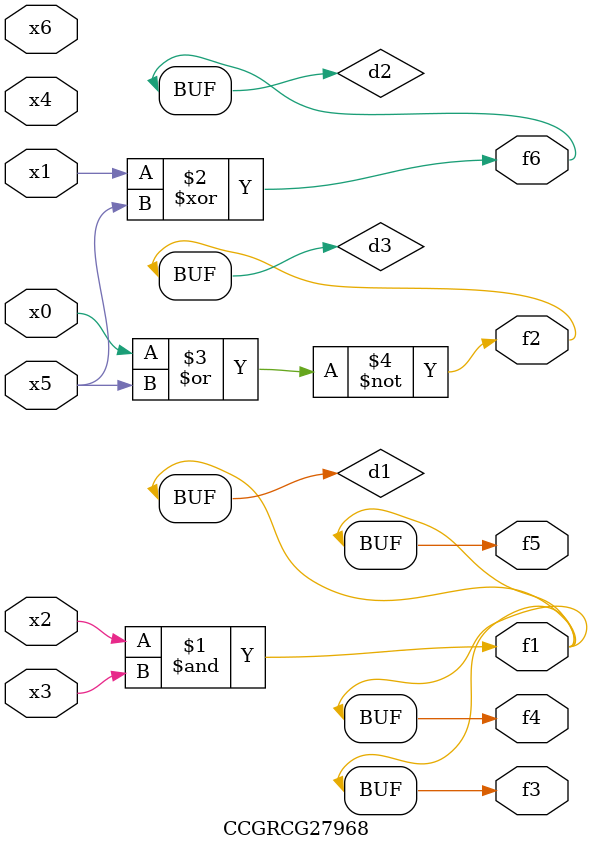
<source format=v>
module CCGRCG27968(
	input x0, x1, x2, x3, x4, x5, x6,
	output f1, f2, f3, f4, f5, f6
);

	wire d1, d2, d3;

	and (d1, x2, x3);
	xor (d2, x1, x5);
	nor (d3, x0, x5);
	assign f1 = d1;
	assign f2 = d3;
	assign f3 = d1;
	assign f4 = d1;
	assign f5 = d1;
	assign f6 = d2;
endmodule

</source>
